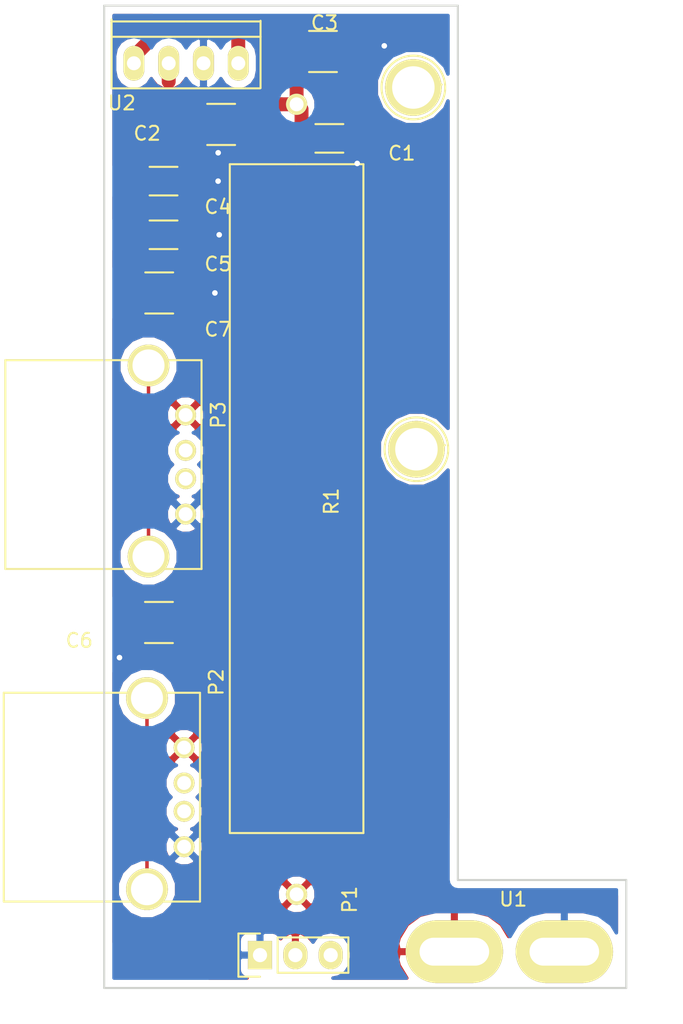
<source format=kicad_pcb>
(kicad_pcb (version 4) (host pcbnew 4.0.1-3.201512221401+6198~38~ubuntu15.10.1-stable)

  (general
    (links 26)
    (no_connects 0)
    (area 159.254879 84.695 208.675 158.348333)
    (thickness 1.6)
    (drawings 6)
    (tracks 42)
    (zones 0)
    (modules 15)
    (nets 12)
  )

  (page A4)
  (layers
    (0 F.Cu signal)
    (31 B.Cu signal)
    (32 B.Adhes user)
    (33 F.Adhes user)
    (34 B.Paste user)
    (35 F.Paste user)
    (36 B.SilkS user)
    (37 F.SilkS user)
    (38 B.Mask user)
    (39 F.Mask user)
    (40 Dwgs.User user)
    (41 Cmts.User user)
    (42 Eco1.User user)
    (43 Eco2.User user)
    (44 Edge.Cuts user)
    (45 Margin user)
    (46 B.CrtYd user)
    (47 F.CrtYd user)
    (48 B.Fab user)
    (49 F.Fab user)
  )

  (setup
    (last_trace_width 0.25)
    (trace_clearance 0.2)
    (zone_clearance 0.508)
    (zone_45_only no)
    (trace_min 0.2)
    (segment_width 0.2)
    (edge_width 0.15)
    (via_size 0.6)
    (via_drill 0.4)
    (via_min_size 0.4)
    (via_min_drill 0.3)
    (uvia_size 0.3)
    (uvia_drill 0.1)
    (uvias_allowed no)
    (uvia_min_size 0.2)
    (uvia_min_drill 0.1)
    (pcb_text_width 0.3)
    (pcb_text_size 1.5 1.5)
    (mod_edge_width 0.15)
    (mod_text_size 1 1)
    (mod_text_width 0.15)
    (pad_size 1.524 1.524)
    (pad_drill 0.762)
    (pad_to_mask_clearance 0.2)
    (aux_axis_origin 0 0)
    (visible_elements FFFFFF7F)
    (pcbplotparams
      (layerselection 0x010f0_80000001)
      (usegerberextensions false)
      (excludeedgelayer true)
      (linewidth 0.100000)
      (plotframeref false)
      (viasonmask false)
      (mode 1)
      (useauxorigin false)
      (hpglpennumber 1)
      (hpglpenspeed 20)
      (hpglpendiameter 15)
      (hpglpenoverlay 2)
      (psnegative false)
      (psa4output false)
      (plotreference true)
      (plotvalue true)
      (plotinvisibletext false)
      (padsonsilk false)
      (subtractmaskfromsilk false)
      (outputformat 1)
      (mirror false)
      (drillshape 0)
      (scaleselection 1)
      (outputdirectory gerbers/))
  )

  (net 0 "")
  (net 1 "Net-(C1-Pad1)")
  (net 2 GND)
  (net 3 "Net-(C4-Pad1)")
  (net 4 "Net-(P1-Pad2)")
  (net 5 "Net-(P1-Pad3)")
  (net 6 "Net-(P2-Pad3)")
  (net 7 "Net-(P2-Pad2)")
  (net 8 "Net-(P2-Pad5)")
  (net 9 "Net-(P3-Pad3)")
  (net 10 "Net-(P3-Pad2)")
  (net 11 "Net-(P3-Pad5)")

  (net_class Default "This is the default net class."
    (clearance 0.2)
    (trace_width 0.25)
    (via_dia 0.6)
    (via_drill 0.4)
    (uvia_dia 0.3)
    (uvia_drill 0.1)
    (add_net GND)
    (add_net "Net-(C1-Pad1)")
    (add_net "Net-(C4-Pad1)")
    (add_net "Net-(P1-Pad2)")
    (add_net "Net-(P1-Pad3)")
    (add_net "Net-(P2-Pad2)")
    (add_net "Net-(P2-Pad3)")
    (add_net "Net-(P2-Pad5)")
    (add_net "Net-(P3-Pad2)")
    (add_net "Net-(P3-Pad3)")
    (add_net "Net-(P3-Pad5)")
  )

  (module Connect:1pin (layer F.Cu) (tedit 0) (tstamp 5800D873)
    (at 189.375 116.935)
    (descr "module 1 pin (ou trou mecanique de percage)")
    (tags DEV)
    (fp_text reference REF** (at 0.05 0.11) (layer F.SilkS)
      (effects (font (size 1 1) (thickness 0.15)))
    )
    (fp_text value 1pin (at 0 2.794) (layer F.Fab)
      (effects (font (size 1 1) (thickness 0.15)))
    )
    (fp_circle (center 0 0) (end 0 -2.286) (layer F.SilkS) (width 0.15))
    (pad 1 thru_hole circle (at 0 0) (size 4.064 4.064) (drill 3.048) (layers *.Cu *.Mask F.SilkS))
  )

  (module Capacitors_SMD:C_1206_HandSoldering (layer F.Cu) (tedit 541A9C03) (tstamp 5800CA76)
    (at 183.12 94.625)
    (descr "Capacitor SMD 1206, hand soldering")
    (tags "capacitor 1206")
    (path /5800C702)
    (attr smd)
    (fp_text reference C1 (at 5.2 1.07) (layer F.SilkS)
      (effects (font (size 1 1) (thickness 0.15)))
    )
    (fp_text value 0.1uF (at 0 2.3) (layer F.Fab)
      (effects (font (size 1 1) (thickness 0.15)))
    )
    (fp_line (start -1.6 0.8) (end -1.6 -0.8) (layer F.Fab) (width 0.15))
    (fp_line (start 1.6 0.8) (end -1.6 0.8) (layer F.Fab) (width 0.15))
    (fp_line (start 1.6 -0.8) (end 1.6 0.8) (layer F.Fab) (width 0.15))
    (fp_line (start -1.6 -0.8) (end 1.6 -0.8) (layer F.Fab) (width 0.15))
    (fp_line (start -3.3 -1.15) (end 3.3 -1.15) (layer F.CrtYd) (width 0.05))
    (fp_line (start -3.3 1.15) (end 3.3 1.15) (layer F.CrtYd) (width 0.05))
    (fp_line (start -3.3 -1.15) (end -3.3 1.15) (layer F.CrtYd) (width 0.05))
    (fp_line (start 3.3 -1.15) (end 3.3 1.15) (layer F.CrtYd) (width 0.05))
    (fp_line (start 1 -1.025) (end -1 -1.025) (layer F.SilkS) (width 0.15))
    (fp_line (start -1 1.025) (end 1 1.025) (layer F.SilkS) (width 0.15))
    (pad 1 smd rect (at -2 0) (size 2 1.6) (layers F.Cu F.Paste F.Mask)
      (net 1 "Net-(C1-Pad1)"))
    (pad 2 smd rect (at 2 0) (size 2 1.6) (layers F.Cu F.Paste F.Mask)
      (net 2 GND))
    (model Capacitors_SMD.3dshapes/C_1206_HandSoldering.wrl
      (at (xyz 0 0 0))
      (scale (xyz 1 1 1))
      (rotate (xyz 0 0 0))
    )
  )

  (module Capacitors_SMD:C_1210_HandSoldering (layer F.Cu) (tedit 541A9C39) (tstamp 5800CA7C)
    (at 175.345 93.625 180)
    (descr "Capacitor SMD 1210, hand soldering")
    (tags "capacitor 1210")
    (path /5800C73B)
    (attr smd)
    (fp_text reference C2 (at 5.32 -0.645 180) (layer F.SilkS)
      (effects (font (size 1 1) (thickness 0.15)))
    )
    (fp_text value 1uF (at 0 2.7 180) (layer F.Fab)
      (effects (font (size 1 1) (thickness 0.15)))
    )
    (fp_line (start -1.6 1.25) (end -1.6 -1.25) (layer F.Fab) (width 0.15))
    (fp_line (start 1.6 1.25) (end -1.6 1.25) (layer F.Fab) (width 0.15))
    (fp_line (start 1.6 -1.25) (end 1.6 1.25) (layer F.Fab) (width 0.15))
    (fp_line (start -1.6 -1.25) (end 1.6 -1.25) (layer F.Fab) (width 0.15))
    (fp_line (start -3.3 -1.6) (end 3.3 -1.6) (layer F.CrtYd) (width 0.05))
    (fp_line (start -3.3 1.6) (end 3.3 1.6) (layer F.CrtYd) (width 0.05))
    (fp_line (start -3.3 -1.6) (end -3.3 1.6) (layer F.CrtYd) (width 0.05))
    (fp_line (start 3.3 -1.6) (end 3.3 1.6) (layer F.CrtYd) (width 0.05))
    (fp_line (start 1 -1.475) (end -1 -1.475) (layer F.SilkS) (width 0.15))
    (fp_line (start -1 1.475) (end 1 1.475) (layer F.SilkS) (width 0.15))
    (pad 1 smd rect (at -2 0 180) (size 2 2.5) (layers F.Cu F.Paste F.Mask)
      (net 1 "Net-(C1-Pad1)"))
    (pad 2 smd rect (at 2 0 180) (size 2 2.5) (layers F.Cu F.Paste F.Mask)
      (net 2 GND))
    (model Capacitors_SMD.3dshapes/C_1210_HandSoldering.wrl
      (at (xyz 0 0 0))
      (scale (xyz 1 1 1))
      (rotate (xyz 0 0 0))
    )
  )

  (module Capacitors_SMD:C_1210_HandSoldering (layer F.Cu) (tedit 541A9C39) (tstamp 5800CA82)
    (at 182.66 88.39)
    (descr "Capacitor SMD 1210, hand soldering")
    (tags "capacitor 1210")
    (path /5800C760)
    (attr smd)
    (fp_text reference C3 (at 0.11 -2.055) (layer F.SilkS)
      (effects (font (size 1 1) (thickness 0.15)))
    )
    (fp_text value 100uF (at 0 2.7) (layer F.Fab)
      (effects (font (size 1 1) (thickness 0.15)))
    )
    (fp_line (start -1.6 1.25) (end -1.6 -1.25) (layer F.Fab) (width 0.15))
    (fp_line (start 1.6 1.25) (end -1.6 1.25) (layer F.Fab) (width 0.15))
    (fp_line (start 1.6 -1.25) (end 1.6 1.25) (layer F.Fab) (width 0.15))
    (fp_line (start -1.6 -1.25) (end 1.6 -1.25) (layer F.Fab) (width 0.15))
    (fp_line (start -3.3 -1.6) (end 3.3 -1.6) (layer F.CrtYd) (width 0.05))
    (fp_line (start -3.3 1.6) (end 3.3 1.6) (layer F.CrtYd) (width 0.05))
    (fp_line (start -3.3 -1.6) (end -3.3 1.6) (layer F.CrtYd) (width 0.05))
    (fp_line (start 3.3 -1.6) (end 3.3 1.6) (layer F.CrtYd) (width 0.05))
    (fp_line (start 1 -1.475) (end -1 -1.475) (layer F.SilkS) (width 0.15))
    (fp_line (start -1 1.475) (end 1 1.475) (layer F.SilkS) (width 0.15))
    (pad 1 smd rect (at -2 0) (size 2 2.5) (layers F.Cu F.Paste F.Mask)
      (net 1 "Net-(C1-Pad1)"))
    (pad 2 smd rect (at 2 0) (size 2 2.5) (layers F.Cu F.Paste F.Mask)
      (net 2 GND))
    (model Capacitors_SMD.3dshapes/C_1210_HandSoldering.wrl
      (at (xyz 0 0 0))
      (scale (xyz 1 1 1))
      (rotate (xyz 0 0 0))
    )
  )

  (module Capacitors_SMD:C_1206_HandSoldering (layer F.Cu) (tedit 541A9C03) (tstamp 5800CA88)
    (at 171.205 97.695)
    (descr "Capacitor SMD 1206, hand soldering")
    (tags "capacitor 1206")
    (path /5800CB4C)
    (attr smd)
    (fp_text reference C4 (at 3.915 1.84) (layer F.SilkS)
      (effects (font (size 1 1) (thickness 0.15)))
    )
    (fp_text value 0.1uF (at 0 2.3) (layer F.Fab)
      (effects (font (size 1 1) (thickness 0.15)))
    )
    (fp_line (start -1.6 0.8) (end -1.6 -0.8) (layer F.Fab) (width 0.15))
    (fp_line (start 1.6 0.8) (end -1.6 0.8) (layer F.Fab) (width 0.15))
    (fp_line (start 1.6 -0.8) (end 1.6 0.8) (layer F.Fab) (width 0.15))
    (fp_line (start -1.6 -0.8) (end 1.6 -0.8) (layer F.Fab) (width 0.15))
    (fp_line (start -3.3 -1.15) (end 3.3 -1.15) (layer F.CrtYd) (width 0.05))
    (fp_line (start -3.3 1.15) (end 3.3 1.15) (layer F.CrtYd) (width 0.05))
    (fp_line (start -3.3 -1.15) (end -3.3 1.15) (layer F.CrtYd) (width 0.05))
    (fp_line (start 3.3 -1.15) (end 3.3 1.15) (layer F.CrtYd) (width 0.05))
    (fp_line (start 1 -1.025) (end -1 -1.025) (layer F.SilkS) (width 0.15))
    (fp_line (start -1 1.025) (end 1 1.025) (layer F.SilkS) (width 0.15))
    (pad 1 smd rect (at -2 0) (size 2 1.6) (layers F.Cu F.Paste F.Mask)
      (net 3 "Net-(C4-Pad1)"))
    (pad 2 smd rect (at 2 0) (size 2 1.6) (layers F.Cu F.Paste F.Mask)
      (net 2 GND))
    (model Capacitors_SMD.3dshapes/C_1206_HandSoldering.wrl
      (at (xyz 0 0 0))
      (scale (xyz 1 1 1))
      (rotate (xyz 0 0 0))
    )
  )

  (module Capacitors_SMD:C_1206_HandSoldering (layer F.Cu) (tedit 541A9C03) (tstamp 5800CA8E)
    (at 171.205 101.545)
    (descr "Capacitor SMD 1206, hand soldering")
    (tags "capacitor 1206")
    (path /5800CB52)
    (attr smd)
    (fp_text reference C5 (at 3.915 2.105) (layer F.SilkS)
      (effects (font (size 1 1) (thickness 0.15)))
    )
    (fp_text value 1uF (at 0 2.3) (layer F.Fab)
      (effects (font (size 1 1) (thickness 0.15)))
    )
    (fp_line (start -1.6 0.8) (end -1.6 -0.8) (layer F.Fab) (width 0.15))
    (fp_line (start 1.6 0.8) (end -1.6 0.8) (layer F.Fab) (width 0.15))
    (fp_line (start 1.6 -0.8) (end 1.6 0.8) (layer F.Fab) (width 0.15))
    (fp_line (start -1.6 -0.8) (end 1.6 -0.8) (layer F.Fab) (width 0.15))
    (fp_line (start -3.3 -1.15) (end 3.3 -1.15) (layer F.CrtYd) (width 0.05))
    (fp_line (start -3.3 1.15) (end 3.3 1.15) (layer F.CrtYd) (width 0.05))
    (fp_line (start -3.3 -1.15) (end -3.3 1.15) (layer F.CrtYd) (width 0.05))
    (fp_line (start 3.3 -1.15) (end 3.3 1.15) (layer F.CrtYd) (width 0.05))
    (fp_line (start 1 -1.025) (end -1 -1.025) (layer F.SilkS) (width 0.15))
    (fp_line (start -1 1.025) (end 1 1.025) (layer F.SilkS) (width 0.15))
    (pad 1 smd rect (at -2 0) (size 2 1.6) (layers F.Cu F.Paste F.Mask)
      (net 3 "Net-(C4-Pad1)"))
    (pad 2 smd rect (at 2 0) (size 2 1.6) (layers F.Cu F.Paste F.Mask)
      (net 2 GND))
    (model Capacitors_SMD.3dshapes/C_1206_HandSoldering.wrl
      (at (xyz 0 0 0))
      (scale (xyz 1 1 1))
      (rotate (xyz 0 0 0))
    )
  )

  (module Capacitors_SMD:C_1210_HandSoldering (layer F.Cu) (tedit 541A9C39) (tstamp 5800CA94)
    (at 170.875 129.37 180)
    (descr "Capacitor SMD 1210, hand soldering")
    (tags "capacitor 1210")
    (path /5800CB58)
    (attr smd)
    (fp_text reference C6 (at 5.725 -1.29 180) (layer F.SilkS)
      (effects (font (size 1 1) (thickness 0.15)))
    )
    (fp_text value 100uF (at 0 2.7 180) (layer F.Fab)
      (effects (font (size 1 1) (thickness 0.15)))
    )
    (fp_line (start -1.6 1.25) (end -1.6 -1.25) (layer F.Fab) (width 0.15))
    (fp_line (start 1.6 1.25) (end -1.6 1.25) (layer F.Fab) (width 0.15))
    (fp_line (start 1.6 -1.25) (end 1.6 1.25) (layer F.Fab) (width 0.15))
    (fp_line (start -1.6 -1.25) (end 1.6 -1.25) (layer F.Fab) (width 0.15))
    (fp_line (start -3.3 -1.6) (end 3.3 -1.6) (layer F.CrtYd) (width 0.05))
    (fp_line (start -3.3 1.6) (end 3.3 1.6) (layer F.CrtYd) (width 0.05))
    (fp_line (start -3.3 -1.6) (end -3.3 1.6) (layer F.CrtYd) (width 0.05))
    (fp_line (start 3.3 -1.6) (end 3.3 1.6) (layer F.CrtYd) (width 0.05))
    (fp_line (start 1 -1.475) (end -1 -1.475) (layer F.SilkS) (width 0.15))
    (fp_line (start -1 1.475) (end 1 1.475) (layer F.SilkS) (width 0.15))
    (pad 1 smd rect (at -2 0 180) (size 2 2.5) (layers F.Cu F.Paste F.Mask)
      (net 3 "Net-(C4-Pad1)"))
    (pad 2 smd rect (at 2 0 180) (size 2 2.5) (layers F.Cu F.Paste F.Mask)
      (net 2 GND))
    (model Capacitors_SMD.3dshapes/C_1210_HandSoldering.wrl
      (at (xyz 0 0 0))
      (scale (xyz 1 1 1))
      (rotate (xyz 0 0 0))
    )
  )

  (module Capacitors_SMD:C_1210_HandSoldering (layer F.Cu) (tedit 541A9C39) (tstamp 5800CA9A)
    (at 170.895 105.72)
    (descr "Capacitor SMD 1210, hand soldering")
    (tags "capacitor 1210")
    (path /5800CDC7)
    (attr smd)
    (fp_text reference C7 (at 4.225 2.615) (layer F.SilkS)
      (effects (font (size 1 1) (thickness 0.15)))
    )
    (fp_text value 100uF (at 0 2.7) (layer F.Fab)
      (effects (font (size 1 1) (thickness 0.15)))
    )
    (fp_line (start -1.6 1.25) (end -1.6 -1.25) (layer F.Fab) (width 0.15))
    (fp_line (start 1.6 1.25) (end -1.6 1.25) (layer F.Fab) (width 0.15))
    (fp_line (start 1.6 -1.25) (end 1.6 1.25) (layer F.Fab) (width 0.15))
    (fp_line (start -1.6 -1.25) (end 1.6 -1.25) (layer F.Fab) (width 0.15))
    (fp_line (start -3.3 -1.6) (end 3.3 -1.6) (layer F.CrtYd) (width 0.05))
    (fp_line (start -3.3 1.6) (end 3.3 1.6) (layer F.CrtYd) (width 0.05))
    (fp_line (start -3.3 -1.6) (end -3.3 1.6) (layer F.CrtYd) (width 0.05))
    (fp_line (start 3.3 -1.6) (end 3.3 1.6) (layer F.CrtYd) (width 0.05))
    (fp_line (start 1 -1.475) (end -1 -1.475) (layer F.SilkS) (width 0.15))
    (fp_line (start -1 1.475) (end 1 1.475) (layer F.SilkS) (width 0.15))
    (pad 1 smd rect (at -2 0) (size 2 2.5) (layers F.Cu F.Paste F.Mask)
      (net 3 "Net-(C4-Pad1)"))
    (pad 2 smd rect (at 2 0) (size 2 2.5) (layers F.Cu F.Paste F.Mask)
      (net 2 GND))
    (model Capacitors_SMD.3dshapes/C_1210_HandSoldering.wrl
      (at (xyz 0 0 0))
      (scale (xyz 1 1 1))
      (rotate (xyz 0 0 0))
    )
  )

  (module Pin_Headers:Pin_Header_Straight_1x03 (layer F.Cu) (tedit 0) (tstamp 5800CAA1)
    (at 178.135 153.24 90)
    (descr "Through hole pin header")
    (tags "pin header")
    (path /5800D46A)
    (fp_text reference P1 (at 3.98 6.445 90) (layer F.SilkS)
      (effects (font (size 1 1) (thickness 0.15)))
    )
    (fp_text value CONN_01X03 (at 0 -3.1 90) (layer F.Fab)
      (effects (font (size 1 1) (thickness 0.15)))
    )
    (fp_line (start -1.75 -1.75) (end -1.75 6.85) (layer F.CrtYd) (width 0.05))
    (fp_line (start 1.75 -1.75) (end 1.75 6.85) (layer F.CrtYd) (width 0.05))
    (fp_line (start -1.75 -1.75) (end 1.75 -1.75) (layer F.CrtYd) (width 0.05))
    (fp_line (start -1.75 6.85) (end 1.75 6.85) (layer F.CrtYd) (width 0.05))
    (fp_line (start -1.27 1.27) (end -1.27 6.35) (layer F.SilkS) (width 0.15))
    (fp_line (start -1.27 6.35) (end 1.27 6.35) (layer F.SilkS) (width 0.15))
    (fp_line (start 1.27 6.35) (end 1.27 1.27) (layer F.SilkS) (width 0.15))
    (fp_line (start 1.55 -1.55) (end 1.55 0) (layer F.SilkS) (width 0.15))
    (fp_line (start 1.27 1.27) (end -1.27 1.27) (layer F.SilkS) (width 0.15))
    (fp_line (start -1.55 0) (end -1.55 -1.55) (layer F.SilkS) (width 0.15))
    (fp_line (start -1.55 -1.55) (end 1.55 -1.55) (layer F.SilkS) (width 0.15))
    (pad 1 thru_hole rect (at 0 0 90) (size 2.032 1.7272) (drill 1.016) (layers *.Cu *.Mask F.SilkS)
      (net 2 GND))
    (pad 2 thru_hole oval (at 0 2.54 90) (size 2.032 1.7272) (drill 1.016) (layers *.Cu *.Mask F.SilkS)
      (net 4 "Net-(P1-Pad2)"))
    (pad 3 thru_hole oval (at 0 5.08 90) (size 2.032 1.7272) (drill 1.016) (layers *.Cu *.Mask F.SilkS)
      (net 5 "Net-(P1-Pad3)"))
    (model Pin_Headers.3dshapes/Pin_Header_Straight_1x03.wrl
      (at (xyz 0 -0.1 0))
      (scale (xyz 1 1 1))
      (rotate (xyz 0 0 90))
    )
  )

  (module Connect:USB_A (layer F.Cu) (tedit 5543E289) (tstamp 5800CAAB)
    (at 172.67988 138.34914 270)
    (descr "USB A connector")
    (tags "USB USB_A")
    (path /5800C392)
    (fp_text reference P2 (at -4.69414 -2.31712 270) (layer F.SilkS)
      (effects (font (size 1 1) (thickness 0.15)))
    )
    (fp_text value USB_A (at 3.83794 7.43458 270) (layer F.Fab)
      (effects (font (size 1 1) (thickness 0.15)))
    )
    (fp_line (start -5.3 13.2) (end -5.3 -1.4) (layer F.CrtYd) (width 0.05))
    (fp_line (start 11.95 -1.4) (end 11.95 13.2) (layer F.CrtYd) (width 0.05))
    (fp_line (start -5.3 13.2) (end 11.95 13.2) (layer F.CrtYd) (width 0.05))
    (fp_line (start -5.3 -1.4) (end 11.95 -1.4) (layer F.CrtYd) (width 0.05))
    (fp_line (start 11.04986 -1.14512) (end 11.04986 12.95188) (layer F.SilkS) (width 0.15))
    (fp_line (start -3.93614 12.95188) (end -3.93614 -1.14512) (layer F.SilkS) (width 0.15))
    (fp_line (start 11.04986 -1.14512) (end -3.93614 -1.14512) (layer F.SilkS) (width 0.15))
    (fp_line (start 11.04986 12.95188) (end -3.93614 12.95188) (layer F.SilkS) (width 0.15))
    (pad 4 thru_hole circle (at 7.11286 -0.00212 180) (size 1.50114 1.50114) (drill 1.00076) (layers *.Cu *.Mask F.SilkS)
      (net 2 GND))
    (pad 3 thru_hole circle (at 4.57286 -0.00212 180) (size 1.50114 1.50114) (drill 1.00076) (layers *.Cu *.Mask F.SilkS)
      (net 6 "Net-(P2-Pad3)"))
    (pad 2 thru_hole circle (at 2.54086 -0.00212 180) (size 1.50114 1.50114) (drill 1.00076) (layers *.Cu *.Mask F.SilkS)
      (net 7 "Net-(P2-Pad2)"))
    (pad 1 thru_hole circle (at 0.00086 -0.00212 180) (size 1.50114 1.50114) (drill 1.00076) (layers *.Cu *.Mask F.SilkS)
      (net 3 "Net-(C4-Pad1)"))
    (pad 5 thru_hole circle (at 10.16086 2.66488 180) (size 2.99974 2.99974) (drill 2.30124) (layers *.Cu *.Mask F.SilkS)
      (net 8 "Net-(P2-Pad5)"))
    (pad 5 thru_hole circle (at -3.55514 2.66488 180) (size 2.99974 2.99974) (drill 2.30124) (layers *.Cu *.Mask F.SilkS)
      (net 8 "Net-(P2-Pad5)"))
    (model Connect.3dshapes/USB_A.wrl
      (at (xyz 0.14 0 0))
      (scale (xyz 1 1 1))
      (rotate (xyz 0 0 90))
    )
  )

  (module Connect:USB_A (layer F.Cu) (tedit 5543E289) (tstamp 5800CAB5)
    (at 172.78988 114.47914 270)
    (descr "USB A connector")
    (tags "USB USB_A")
    (path /5800C3E7)
    (fp_text reference P3 (at 0 -2.35 270) (layer F.SilkS)
      (effects (font (size 1 1) (thickness 0.15)))
    )
    (fp_text value USB_A (at 3.83794 7.43458 270) (layer F.Fab)
      (effects (font (size 1 1) (thickness 0.15)))
    )
    (fp_line (start -5.3 13.2) (end -5.3 -1.4) (layer F.CrtYd) (width 0.05))
    (fp_line (start 11.95 -1.4) (end 11.95 13.2) (layer F.CrtYd) (width 0.05))
    (fp_line (start -5.3 13.2) (end 11.95 13.2) (layer F.CrtYd) (width 0.05))
    (fp_line (start -5.3 -1.4) (end 11.95 -1.4) (layer F.CrtYd) (width 0.05))
    (fp_line (start 11.04986 -1.14512) (end 11.04986 12.95188) (layer F.SilkS) (width 0.15))
    (fp_line (start -3.93614 12.95188) (end -3.93614 -1.14512) (layer F.SilkS) (width 0.15))
    (fp_line (start 11.04986 -1.14512) (end -3.93614 -1.14512) (layer F.SilkS) (width 0.15))
    (fp_line (start 11.04986 12.95188) (end -3.93614 12.95188) (layer F.SilkS) (width 0.15))
    (pad 4 thru_hole circle (at 7.11286 -0.00212 180) (size 1.50114 1.50114) (drill 1.00076) (layers *.Cu *.Mask F.SilkS)
      (net 2 GND))
    (pad 3 thru_hole circle (at 4.57286 -0.00212 180) (size 1.50114 1.50114) (drill 1.00076) (layers *.Cu *.Mask F.SilkS)
      (net 9 "Net-(P3-Pad3)"))
    (pad 2 thru_hole circle (at 2.54086 -0.00212 180) (size 1.50114 1.50114) (drill 1.00076) (layers *.Cu *.Mask F.SilkS)
      (net 10 "Net-(P3-Pad2)"))
    (pad 1 thru_hole circle (at 0.00086 -0.00212 180) (size 1.50114 1.50114) (drill 1.00076) (layers *.Cu *.Mask F.SilkS)
      (net 3 "Net-(C4-Pad1)"))
    (pad 5 thru_hole circle (at 10.16086 2.66488 180) (size 2.99974 2.99974) (drill 2.30124) (layers *.Cu *.Mask F.SilkS)
      (net 11 "Net-(P3-Pad5)"))
    (pad 5 thru_hole circle (at -3.55514 2.66488 180) (size 2.99974 2.99974) (drill 2.30124) (layers *.Cu *.Mask F.SilkS)
      (net 11 "Net-(P3-Pad5)"))
    (model Connect.3dshapes/USB_A.wrl
      (at (xyz 0.14 0 0))
      (scale (xyz 1 1 1))
      (rotate (xyz 0 0 90))
    )
  )

  (module my_lib:RES_10W (layer F.Cu) (tedit 57816B13) (tstamp 5800CABB)
    (at 180.765 120.48 270)
    (path /5800C600)
    (fp_text reference R1 (at 0.2 -2.5 270) (layer F.SilkS)
      (effects (font (size 1 1) (thickness 0.15)))
    )
    (fp_text value 2.2 (at 0.5 2.7 270) (layer F.Fab)
      (effects (font (size 1 1) (thickness 0.15)))
    )
    (fp_line (start -24 -4.8) (end -24 0) (layer F.SilkS) (width 0.15))
    (fp_line (start 24 -4.8) (end -24 -4.8) (layer F.SilkS) (width 0.15))
    (fp_line (start 24 4.8) (end 24 -4.8) (layer F.SilkS) (width 0.15))
    (fp_line (start -24 4.8) (end 24 4.8) (layer F.SilkS) (width 0.15))
    (fp_line (start -24 0) (end -24 4.8) (layer F.SilkS) (width 0.15))
    (pad 1 thru_hole circle (at -28.3 0 270) (size 1.524 1.524) (drill 1) (layers *.Cu *.Mask F.SilkS)
      (net 1 "Net-(C1-Pad1)"))
    (pad 2 thru_hole circle (at 28.4 0 270) (size 1.524 1.524) (drill 1) (layers *.Cu *.Mask F.SilkS)
      (net 4 "Net-(P1-Pad2)"))
  )

  (module my_lib:RA_POWER_POLE (layer F.Cu) (tedit 578127FA) (tstamp 5800CAC1)
    (at 200 152.995 90)
    (path /5800C32D)
    (fp_text reference U1 (at 3.76 -3.675 360) (layer F.SilkS)
      (effects (font (size 1 1) (thickness 0.15)))
    )
    (fp_text value PwrPole (at 4.2 7.7 90) (layer F.Fab)
      (effects (font (size 1 1) (thickness 0.15)))
    )
    (pad 1 thru_hole oval (at 0 0 90) (size 4.5 7) (drill oval 2 5) (layers *.Cu *.Mask F.SilkS)
      (net 2 GND))
    (pad 2 thru_hole oval (at 0 -7.9 90) (size 4.5 7) (drill oval 2 5) (layers *.Cu *.Mask F.SilkS)
      (net 4 "Net-(P1-Pad2)"))
  )

  (module my_lib:TO-220_4pin_vertical (layer F.Cu) (tedit 57814801) (tstamp 5800CAC9)
    (at 169.075 89.235)
    (descr TO-220_4pin_vertical)
    (tags "TO-220,4 pin, vertical")
    (path /5800C2CC)
    (fp_text reference U2 (at -0.87 2.855) (layer F.SilkS)
      (effects (font (size 1 1) (thickness 0.15)))
    )
    (fp_text value KA278R05 (at 0 3.81) (layer F.Fab)
      (effects (font (size 1 1) (thickness 0.15)))
    )
    (fp_line (start 9.1 -1.9) (end 9.1 1.783) (layer F.SilkS) (width 0.15))
    (fp_line (start 9.068 1.8) (end -1.6 1.8) (layer F.SilkS) (width 0.15))
    (fp_line (start -1.6 1.783) (end -1.6 -1.9) (layer F.SilkS) (width 0.15))
    (fp_line (start 9.1 -3.048) (end 9.1 -1.905) (layer F.SilkS) (width 0.15))
    (fp_line (start 9.1 -1.9) (end -1.568 -1.9) (layer F.SilkS) (width 0.15))
    (fp_line (start -1.6 -2) (end -1.6 -3.143) (layer F.SilkS) (width 0.15))
    (fp_line (start 3.7 -3) (end -1.634 -3) (layer F.SilkS) (width 0.15))
    (fp_line (start 3.766 -3) (end 9.1 -3) (layer F.SilkS) (width 0.15))
    (pad 2 thru_hole oval (at 2.5 0 90) (size 2.49936 1.50114) (drill 1.00076) (layers *.Cu *.Mask F.SilkS)
      (net 3 "Net-(C4-Pad1)"))
    (pad 1 thru_hole oval (at 0 0 90) (size 2.49936 1.50114) (drill 1.00076) (layers *.Cu *.Mask F.SilkS)
      (net 1 "Net-(C1-Pad1)"))
    (pad 3 thru_hole oval (at 5 0 90) (size 2.49936 1.50114) (drill 1.00076) (layers *.Cu *.Mask F.SilkS)
      (net 2 GND))
    (pad 4 thru_hole oval (at 7.5 0 90) (size 2.49936 1.50114) (drill 1.00076) (layers *.Cu *.Mask F.SilkS)
      (net 1 "Net-(C1-Pad1)"))
    (model TO_SOT_Packages_THT.3dshapes/TO-220_Neutral123_Vertical.wrl
      (at (xyz 0 0 0))
      (scale (xyz 0.3937 0.3937 0.3937))
      (rotate (xyz 0 0 0))
    )
  )

  (module Connect:1pin (layer F.Cu) (tedit 0) (tstamp 5800D84F)
    (at 189.155 90.975)
    (descr "module 1 pin (ou trou mecanique de percage)")
    (tags DEV)
    (fp_text reference REF** (at 0.04 0.195) (layer F.SilkS)
      (effects (font (size 1 1) (thickness 0.15)))
    )
    (fp_text value 1pin (at 0 2.794) (layer F.Fab)
      (effects (font (size 1 1) (thickness 0.15)))
    )
    (fp_circle (center 0 0) (end 0 -2.286) (layer F.SilkS) (width 0.15))
    (pad 1 thru_hole circle (at 0 0) (size 4.064 4.064) (drill 3.048) (layers *.Cu *.Mask F.SilkS))
  )

  (gr_line (start 166.94 85.1) (end 166.94 155.6) (layer Edge.Cuts) (width 0.15))
  (gr_line (start 192.35 85.1) (end 166.94 85.1) (layer Edge.Cuts) (width 0.15))
  (gr_line (start 192.35 147.85) (end 192.35 85.1) (layer Edge.Cuts) (width 0.15))
  (gr_line (start 204.45 147.85) (end 192.35 147.85) (layer Edge.Cuts) (width 0.15))
  (gr_line (start 204.45 155.6) (end 204.45 147.85) (layer Edge.Cuts) (width 0.15))
  (gr_line (start 166.94 155.6) (end 204.45 155.6) (layer Edge.Cuts) (width 0.15))

  (segment (start 177.345 93.275) (end 178.44 92.18) (width 1) (layer F.Cu) (net 1))
  (segment (start 179.68737 92.18) (end 180.765 92.18) (width 1) (layer F.Cu) (net 1))
  (segment (start 178.44 92.18) (end 179.68737 92.18) (width 1) (layer F.Cu) (net 1))
  (segment (start 177.345 93.625) (end 177.345 93.275) (width 1) (layer F.Cu) (net 1))
  (segment (start 176.45 86.545) (end 171.26589 86.545) (width 1) (layer F.Cu) (net 1))
  (segment (start 178.97 86.545) (end 176.45 86.545) (width 1) (layer F.Cu) (net 1))
  (segment (start 176.575 86.67) (end 176.575 89.235) (width 1) (layer F.Cu) (net 1))
  (segment (start 176.45 86.545) (end 176.575 86.67) (width 1) (layer F.Cu) (net 1))
  (segment (start 171.26589 86.545) (end 169.075 88.73589) (width 1) (layer F.Cu) (net 1))
  (segment (start 169.075 88.73589) (end 169.075 89.235) (width 1) (layer F.Cu) (net 1))
  (segment (start 180.66 88.235) (end 178.97 86.545) (width 1) (layer F.Cu) (net 1))
  (segment (start 180.66 88.39) (end 180.66 88.235) (width 1) (layer F.Cu) (net 1))
  (segment (start 180.765 92.18) (end 180.765 88.495) (width 1) (layer F.Cu) (net 1))
  (segment (start 180.765 88.495) (end 180.66 88.39) (width 1) (layer F.Cu) (net 1))
  (segment (start 181.12 94.625) (end 181.12 92.535) (width 1) (layer F.Cu) (net 1))
  (segment (start 181.12 92.535) (end 180.765 92.18) (width 1) (layer F.Cu) (net 1))
  (segment (start 168.605 131.89) (end 168.04 131.89) (width 1) (layer F.Cu) (net 2))
  (via (at 168.04 131.89) (size 0.6) (drill 0.4) (layers F.Cu B.Cu) (net 2))
  (segment (start 168.875 129.37) (end 168.875 131.62) (width 1) (layer F.Cu) (net 2))
  (segment (start 168.875 131.62) (end 168.605 131.89) (width 1) (layer F.Cu) (net 2))
  (segment (start 175.05 105.565) (end 174.895 105.72) (width 1) (layer F.Cu) (net 2))
  (via (at 174.895 105.72) (size 0.6) (drill 0.4) (layers F.Cu B.Cu) (net 2))
  (segment (start 172.895 105.72) (end 174.895 105.72) (width 1) (layer F.Cu) (net 2))
  (segment (start 175.215 101.555) (end 175.205 101.545) (width 1) (layer F.Cu) (net 2))
  (via (at 175.205 101.545) (size 0.6) (drill 0.4) (layers F.Cu B.Cu) (net 2))
  (segment (start 173.205 101.545) (end 175.205 101.545) (width 1) (layer F.Cu) (net 2))
  (via (at 175.125 97.695) (size 0.6) (drill 0.4) (layers F.Cu B.Cu) (net 2))
  (segment (start 173.205 97.695) (end 175.125 97.695) (width 1) (layer F.Cu) (net 2))
  (via (at 175.13 95.66) (size 0.6) (drill 0.4) (layers F.Cu B.Cu) (net 2))
  (segment (start 173.345 93.625) (end 173.345 93.875) (width 1) (layer F.Cu) (net 2))
  (segment (start 173.345 93.875) (end 175.13 95.66) (width 1) (layer F.Cu) (net 2))
  (via (at 187.065 87.985) (size 0.6) (drill 0.4) (layers F.Cu B.Cu) (net 2))
  (segment (start 184.66 88.39) (end 186.66 88.39) (width 1) (layer F.Cu) (net 2))
  (segment (start 186.66 88.39) (end 187.065 87.985) (width 1) (layer F.Cu) (net 2))
  (segment (start 185.1 96.445) (end 185.12 96.425) (width 1) (layer F.Cu) (net 2))
  (via (at 185.12 96.425) (size 0.6) (drill 0.4) (layers F.Cu B.Cu) (net 2))
  (segment (start 185.12 94.625) (end 185.12 96.425) (width 1) (layer F.Cu) (net 2))
  (segment (start 168.895 105.72) (end 168.895 105.97) (width 1) (layer F.Cu) (net 3))
  (segment (start 169.205 105.41) (end 168.895 105.72) (width 1) (layer F.Cu) (net 3))
  (segment (start 171.575 89.235) (end 171.575 90.555) (width 1) (layer F.Cu) (net 3))
  (segment (start 170.015 134.794) (end 170.015 148.51) (width 0.25) (layer F.Cu) (net 8))
  (segment (start 170.125 110.924) (end 170.125 124.64) (width 0.25) (layer F.Cu) (net 11))

  (zone (net 2) (net_name GND) (layer B.Cu) (tstamp 0) (hatch edge 0.508)
    (connect_pads (clearance 0.508))
    (min_thickness 0.254)
    (fill yes (arc_segments 16) (thermal_gap 0.508) (thermal_bridge_width 0.508))
    (polygon
      (pts
        (xy 166.915 85.385) (xy 167.09 155.835) (xy 204.56 155.835) (xy 204.385 147.55) (xy 191.955 147.72)
        (xy 192.47 84.695) (xy 166.915 84.865)
      )
    )
    (filled_polygon
      (pts
        (xy 191.64 90.005236) (xy 191.417291 89.466239) (xy 190.667707 88.715345) (xy 189.687827 88.308464) (xy 188.626828 88.307538)
        (xy 187.646239 88.712709) (xy 186.895345 89.462293) (xy 186.488464 90.442173) (xy 186.487538 91.503172) (xy 186.892709 92.483761)
        (xy 187.642293 93.234655) (xy 188.622173 93.641536) (xy 189.683172 93.642462) (xy 190.663761 93.237291) (xy 191.414655 92.487707)
        (xy 191.64 91.945015) (xy 191.64 115.432795) (xy 191.637291 115.426239) (xy 190.887707 114.675345) (xy 189.907827 114.268464)
        (xy 188.846828 114.267538) (xy 187.866239 114.672709) (xy 187.115345 115.422293) (xy 186.708464 116.402173) (xy 186.707538 117.463172)
        (xy 187.112709 118.443761) (xy 187.862293 119.194655) (xy 188.842173 119.601536) (xy 189.903172 119.602462) (xy 190.883761 119.197291)
        (xy 191.634655 118.447707) (xy 191.64 118.434835) (xy 191.64 147.85) (xy 191.694046 148.121705) (xy 191.847954 148.352046)
        (xy 192.078295 148.505954) (xy 192.35 148.56) (xy 203.74 148.56) (xy 203.74 151.638862) (xy 203.379805 151.044799)
        (xy 202.471374 150.378208) (xy 201.377 150.11) (xy 200.127 150.11) (xy 200.127 152.868) (xy 200.147 152.868)
        (xy 200.147 153.122) (xy 200.127 153.122) (xy 200.127 153.142) (xy 199.873 153.142) (xy 199.873 153.122)
        (xy 199.853 153.122) (xy 199.853 152.868) (xy 199.873 152.868) (xy 199.873 150.11) (xy 198.623 150.11)
        (xy 197.528626 150.378208) (xy 196.620195 151.044799) (xy 196.099056 151.904305) (xy 196.096401 151.890958) (xy 195.471012 150.954997)
        (xy 194.535051 150.329608) (xy 193.431009 150.11) (xy 190.768991 150.11) (xy 189.664949 150.329608) (xy 188.728988 150.954997)
        (xy 188.103599 151.890958) (xy 187.883991 152.995) (xy 188.103599 154.099042) (xy 188.6321 154.89) (xy 183.382637 154.89)
        (xy 183.788489 154.809271) (xy 184.27467 154.484415) (xy 184.599526 153.998234) (xy 184.7136 153.424745) (xy 184.7136 153.055255)
        (xy 184.599526 152.481766) (xy 184.27467 151.995585) (xy 183.788489 151.670729) (xy 183.215 151.556655) (xy 182.641511 151.670729)
        (xy 182.15533 151.995585) (xy 181.945 152.310366) (xy 181.73467 151.995585) (xy 181.248489 151.670729) (xy 180.675 151.556655)
        (xy 180.101511 151.670729) (xy 179.61533 151.995585) (xy 179.6005 152.01778) (xy 179.536927 151.864302) (xy 179.358299 151.685673)
        (xy 179.12491 151.589) (xy 178.42075 151.589) (xy 178.262 151.74775) (xy 178.262 153.113) (xy 178.282 153.113)
        (xy 178.282 153.367) (xy 178.262 153.367) (xy 178.262 153.387) (xy 178.008 153.387) (xy 178.008 153.367)
        (xy 176.79515 153.367) (xy 176.6364 153.52575) (xy 176.6364 154.382309) (xy 176.733073 154.615698) (xy 176.911701 154.794327)
        (xy 177.142676 154.89) (xy 167.65 154.89) (xy 167.65 152.097691) (xy 176.6364 152.097691) (xy 176.6364 152.95425)
        (xy 176.79515 153.113) (xy 178.008 153.113) (xy 178.008 151.74775) (xy 177.84925 151.589) (xy 177.14509 151.589)
        (xy 176.911701 151.685673) (xy 176.733073 151.864302) (xy 176.6364 152.097691) (xy 167.65 152.097691) (xy 167.65 148.932789)
        (xy 167.87976 148.932789) (xy 168.20409 149.717727) (xy 168.804114 150.3188) (xy 169.588485 150.644499) (xy 170.437789 150.64524)
        (xy 171.222727 150.32091) (xy 171.8238 149.720886) (xy 172.058086 149.156661) (xy 179.367758 149.156661) (xy 179.57999 149.670303)
        (xy 179.97263 150.063629) (xy 180.4859 150.276757) (xy 181.041661 150.277242) (xy 181.555303 150.06501) (xy 181.948629 149.67237)
        (xy 182.161757 149.1591) (xy 182.162242 148.603339) (xy 181.95001 148.089697) (xy 181.55737 147.696371) (xy 181.0441 147.483243)
        (xy 180.488339 147.482758) (xy 179.974697 147.69499) (xy 179.581371 148.08763) (xy 179.368243 148.6009) (xy 179.367758 149.156661)
        (xy 172.058086 149.156661) (xy 172.149499 148.936515) (xy 172.15024 148.087211) (xy 171.82591 147.302273) (xy 171.225886 146.7012)
        (xy 170.582228 146.43393) (xy 171.889675 146.43393) (xy 171.957735 146.674931) (xy 172.477034 146.859767) (xy 173.027538 146.831805)
        (xy 173.406265 146.674931) (xy 173.474325 146.43393) (xy 172.682 145.641605) (xy 171.889675 146.43393) (xy 170.582228 146.43393)
        (xy 170.441515 146.375501) (xy 169.592211 146.37476) (xy 168.807273 146.69909) (xy 168.2062 147.299114) (xy 167.880501 148.083485)
        (xy 167.87976 148.932789) (xy 167.65 148.932789) (xy 167.65 145.257034) (xy 171.284233 145.257034) (xy 171.312195 145.807538)
        (xy 171.469069 146.186265) (xy 171.71007 146.254325) (xy 172.502395 145.462) (xy 172.861605 145.462) (xy 173.65393 146.254325)
        (xy 173.894931 146.186265) (xy 174.079767 145.666966) (xy 174.051805 145.116462) (xy 173.894931 144.737735) (xy 173.65393 144.669675)
        (xy 172.861605 145.462) (xy 172.502395 145.462) (xy 171.71007 144.669675) (xy 171.469069 144.737735) (xy 171.284233 145.257034)
        (xy 167.65 145.257034) (xy 167.65 138.624398) (xy 171.29619 138.624398) (xy 171.506686 139.133837) (xy 171.896113 139.523944)
        (xy 172.127381 139.619975) (xy 171.898163 139.714686) (xy 171.508056 140.104113) (xy 171.296671 140.613184) (xy 171.29619 141.164398)
        (xy 171.506686 141.673837) (xy 171.738507 141.906063) (xy 171.508056 142.136113) (xy 171.296671 142.645184) (xy 171.29619 143.196398)
        (xy 171.506686 143.705837) (xy 171.896113 144.095944) (xy 172.111496 144.185379) (xy 171.957735 144.249069) (xy 171.889675 144.49007)
        (xy 172.682 145.282395) (xy 173.474325 144.49007) (xy 173.406265 144.249069) (xy 173.24096 144.190231) (xy 173.465837 144.097314)
        (xy 173.855944 143.707887) (xy 174.067329 143.198816) (xy 174.06781 142.647602) (xy 173.857314 142.138163) (xy 173.625493 141.905937)
        (xy 173.855944 141.675887) (xy 174.067329 141.166816) (xy 174.06781 140.615602) (xy 173.857314 140.106163) (xy 173.467887 139.716056)
        (xy 173.236619 139.620025) (xy 173.465837 139.525314) (xy 173.855944 139.135887) (xy 174.067329 138.626816) (xy 174.06781 138.075602)
        (xy 173.857314 137.566163) (xy 173.467887 137.176056) (xy 172.958816 136.964671) (xy 172.407602 136.96419) (xy 171.898163 137.174686)
        (xy 171.508056 137.564113) (xy 171.296671 138.073184) (xy 171.29619 138.624398) (xy 167.65 138.624398) (xy 167.65 135.216789)
        (xy 167.87976 135.216789) (xy 168.20409 136.001727) (xy 168.804114 136.6028) (xy 169.588485 136.928499) (xy 170.437789 136.92924)
        (xy 171.222727 136.60491) (xy 171.8238 136.004886) (xy 172.149499 135.220515) (xy 172.15024 134.371211) (xy 171.82591 133.586273)
        (xy 171.225886 132.9852) (xy 170.441515 132.659501) (xy 169.592211 132.65876) (xy 168.807273 132.98309) (xy 168.2062 133.583114)
        (xy 167.880501 134.367485) (xy 167.87976 135.216789) (xy 167.65 135.216789) (xy 167.65 125.062789) (xy 167.98976 125.062789)
        (xy 168.31409 125.847727) (xy 168.914114 126.4488) (xy 169.698485 126.774499) (xy 170.547789 126.77524) (xy 171.332727 126.45091)
        (xy 171.9338 125.850886) (xy 172.259499 125.066515) (xy 172.26024 124.217211) (xy 171.93591 123.432273) (xy 171.335886 122.8312)
        (xy 170.692228 122.56393) (xy 171.999675 122.56393) (xy 172.067735 122.804931) (xy 172.587034 122.989767) (xy 173.137538 122.961805)
        (xy 173.516265 122.804931) (xy 173.584325 122.56393) (xy 172.792 121.771605) (xy 171.999675 122.56393) (xy 170.692228 122.56393)
        (xy 170.551515 122.505501) (xy 169.702211 122.50476) (xy 168.917273 122.82909) (xy 168.3162 123.429114) (xy 167.990501 124.213485)
        (xy 167.98976 125.062789) (xy 167.65 125.062789) (xy 167.65 121.387034) (xy 171.394233 121.387034) (xy 171.422195 121.937538)
        (xy 171.579069 122.316265) (xy 171.82007 122.384325) (xy 172.612395 121.592) (xy 172.971605 121.592) (xy 173.76393 122.384325)
        (xy 174.004931 122.316265) (xy 174.189767 121.796966) (xy 174.161805 121.246462) (xy 174.004931 120.867735) (xy 173.76393 120.799675)
        (xy 172.971605 121.592) (xy 172.612395 121.592) (xy 171.82007 120.799675) (xy 171.579069 120.867735) (xy 171.394233 121.387034)
        (xy 167.65 121.387034) (xy 167.65 114.754398) (xy 171.40619 114.754398) (xy 171.616686 115.263837) (xy 172.006113 115.653944)
        (xy 172.237381 115.749975) (xy 172.008163 115.844686) (xy 171.618056 116.234113) (xy 171.406671 116.743184) (xy 171.40619 117.294398)
        (xy 171.616686 117.803837) (xy 171.848507 118.036063) (xy 171.618056 118.266113) (xy 171.406671 118.775184) (xy 171.40619 119.326398)
        (xy 171.616686 119.835837) (xy 172.006113 120.225944) (xy 172.221496 120.315379) (xy 172.067735 120.379069) (xy 171.999675 120.62007)
        (xy 172.792 121.412395) (xy 173.584325 120.62007) (xy 173.516265 120.379069) (xy 173.35096 120.320231) (xy 173.575837 120.227314)
        (xy 173.965944 119.837887) (xy 174.177329 119.328816) (xy 174.17781 118.777602) (xy 173.967314 118.268163) (xy 173.735493 118.035937)
        (xy 173.965944 117.805887) (xy 174.177329 117.296816) (xy 174.17781 116.745602) (xy 173.967314 116.236163) (xy 173.577887 115.846056)
        (xy 173.346619 115.750025) (xy 173.575837 115.655314) (xy 173.965944 115.265887) (xy 174.177329 114.756816) (xy 174.17781 114.205602)
        (xy 173.967314 113.696163) (xy 173.577887 113.306056) (xy 173.068816 113.094671) (xy 172.517602 113.09419) (xy 172.008163 113.304686)
        (xy 171.618056 113.694113) (xy 171.406671 114.203184) (xy 171.40619 114.754398) (xy 167.65 114.754398) (xy 167.65 111.346789)
        (xy 167.98976 111.346789) (xy 168.31409 112.131727) (xy 168.914114 112.7328) (xy 169.698485 113.058499) (xy 170.547789 113.05924)
        (xy 171.332727 112.73491) (xy 171.9338 112.134886) (xy 172.259499 111.350515) (xy 172.26024 110.501211) (xy 171.93591 109.716273)
        (xy 171.335886 109.1152) (xy 170.551515 108.789501) (xy 169.702211 108.78876) (xy 168.917273 109.11309) (xy 168.3162 109.713114)
        (xy 167.990501 110.497485) (xy 167.98976 111.346789) (xy 167.65 111.346789) (xy 167.65 92.456661) (xy 179.367758 92.456661)
        (xy 179.57999 92.970303) (xy 179.97263 93.363629) (xy 180.4859 93.576757) (xy 181.041661 93.577242) (xy 181.555303 93.36501)
        (xy 181.948629 92.97237) (xy 182.161757 92.4591) (xy 182.162242 91.903339) (xy 181.95001 91.389697) (xy 181.55737 90.996371)
        (xy 181.0441 90.783243) (xy 180.488339 90.782758) (xy 179.974697 90.99499) (xy 179.581371 91.38763) (xy 179.368243 91.9009)
        (xy 179.367758 92.456661) (xy 167.65 92.456661) (xy 167.65 88.698967) (xy 167.68943 88.698967) (xy 167.68943 89.771033)
        (xy 167.7949 90.301268) (xy 168.095254 90.750779) (xy 168.544765 91.051133) (xy 169.075 91.156603) (xy 169.605235 91.051133)
        (xy 170.054746 90.750779) (xy 170.325 90.346316) (xy 170.595254 90.750779) (xy 171.044765 91.051133) (xy 171.575 91.156603)
        (xy 172.105235 91.051133) (xy 172.554746 90.750779) (xy 172.830569 90.337982) (xy 172.843501 90.381677) (xy 173.185056 90.803658)
        (xy 173.662097 91.06281) (xy 173.733725 91.076993) (xy 173.948 90.954339) (xy 173.948 89.362) (xy 173.928 89.362)
        (xy 173.928 89.108) (xy 173.948 89.108) (xy 173.948 87.515661) (xy 174.202 87.515661) (xy 174.202 89.108)
        (xy 174.222 89.108) (xy 174.222 89.362) (xy 174.202 89.362) (xy 174.202 90.954339) (xy 174.416275 91.076993)
        (xy 174.487903 91.06281) (xy 174.964944 90.803658) (xy 175.306499 90.381677) (xy 175.319431 90.337982) (xy 175.595254 90.750779)
        (xy 176.044765 91.051133) (xy 176.575 91.156603) (xy 177.105235 91.051133) (xy 177.554746 90.750779) (xy 177.8551 90.301268)
        (xy 177.96057 89.771033) (xy 177.96057 88.698967) (xy 177.8551 88.168732) (xy 177.554746 87.719221) (xy 177.105235 87.418867)
        (xy 176.575 87.313397) (xy 176.044765 87.418867) (xy 175.595254 87.719221) (xy 175.319431 88.132018) (xy 175.306499 88.088323)
        (xy 174.964944 87.666342) (xy 174.487903 87.40719) (xy 174.416275 87.393007) (xy 174.202 87.515661) (xy 173.948 87.515661)
        (xy 173.733725 87.393007) (xy 173.662097 87.40719) (xy 173.185056 87.666342) (xy 172.843501 88.088323) (xy 172.830569 88.132018)
        (xy 172.554746 87.719221) (xy 172.105235 87.418867) (xy 171.575 87.313397) (xy 171.044765 87.418867) (xy 170.595254 87.719221)
        (xy 170.325 88.123684) (xy 170.054746 87.719221) (xy 169.605235 87.418867) (xy 169.075 87.313397) (xy 168.544765 87.418867)
        (xy 168.095254 87.719221) (xy 167.7949 88.168732) (xy 167.68943 88.698967) (xy 167.65 88.698967) (xy 167.65 85.81)
        (xy 191.64 85.81)
      )
    )
  )
  (zone (net 4) (net_name "Net-(P1-Pad2)") (layer F.Cu) (tstamp 0) (hatch edge 0.508)
    (connect_pads (clearance 0.508))
    (min_thickness 0.254)
    (fill yes (arc_segments 16) (thermal_gap 0.508) (thermal_bridge_width 0.508))
    (polygon
      (pts
        (xy 174.8 147.215) (xy 190.755 147.14) (xy 190.755 148.79) (xy 204.195 148.865) (xy 204.12 155.785)
        (xy 174.33 155.47) (xy 174.8 147.375)
      )
    )
    (filled_polygon
      (pts
        (xy 190.628 148.79) (xy 190.638006 148.83941) (xy 190.666447 148.881035) (xy 190.708841 148.908315) (xy 190.754291 148.916998)
        (xy 203.74 148.989463) (xy 203.74 151.507227) (xy 203.371012 150.954997) (xy 202.435051 150.329608) (xy 201.331009 150.11)
        (xy 198.668991 150.11) (xy 197.564949 150.329608) (xy 196.628988 150.954997) (xy 196.003599 151.890958) (xy 196.000944 151.904305)
        (xy 195.479805 151.044799) (xy 194.571374 150.378208) (xy 193.477 150.11) (xy 192.227 150.11) (xy 192.227 152.868)
        (xy 192.247 152.868) (xy 192.247 153.122) (xy 192.227 153.122) (xy 192.227 153.142) (xy 191.973 153.142)
        (xy 191.973 153.122) (xy 188.12671 153.122) (xy 188.023149 153.571312) (xy 188.136007 153.98171) (xy 188.686725 154.89)
        (xy 183.382637 154.89) (xy 183.788489 154.809271) (xy 184.27467 154.484415) (xy 184.599526 153.998234) (xy 184.7136 153.424745)
        (xy 184.7136 153.055255) (xy 184.599526 152.481766) (xy 184.557379 152.418688) (xy 188.023149 152.418688) (xy 188.12671 152.868)
        (xy 191.973 152.868) (xy 191.973 150.11) (xy 190.723 150.11) (xy 189.628626 150.378208) (xy 188.720195 151.044799)
        (xy 188.136007 152.00829) (xy 188.023149 152.418688) (xy 184.557379 152.418688) (xy 184.27467 151.995585) (xy 183.788489 151.670729)
        (xy 183.215 151.556655) (xy 182.641511 151.670729) (xy 182.15533 151.995585) (xy 181.948539 152.305069) (xy 181.577036 151.889268)
        (xy 181.049791 151.635291) (xy 181.034026 151.632642) (xy 180.802 151.753783) (xy 180.802 153.113) (xy 180.822 153.113)
        (xy 180.822 153.367) (xy 180.802 153.367) (xy 180.802 153.387) (xy 180.548 153.387) (xy 180.548 153.367)
        (xy 180.528 153.367) (xy 180.528 153.113) (xy 180.548 153.113) (xy 180.548 151.753783) (xy 180.315974 151.632642)
        (xy 180.300209 151.635291) (xy 179.772964 151.889268) (xy 179.616093 152.064845) (xy 179.601762 151.988683) (xy 179.46269 151.772559)
        (xy 179.25049 151.627569) (xy 178.9986 151.57656) (xy 177.2714 151.57656) (xy 177.036083 151.620838) (xy 176.819959 151.75991)
        (xy 176.674969 151.97211) (xy 176.62396 152.224) (xy 176.62396 154.256) (xy 176.668238 154.491317) (xy 176.80731 154.707441)
        (xy 177.01951 154.852431) (xy 177.205031 154.89) (xy 174.490889 154.89) (xy 174.78292 149.860213) (xy 179.964392 149.860213)
        (xy 180.033857 150.102397) (xy 180.557302 150.289144) (xy 181.112368 150.261362) (xy 181.496143 150.102397) (xy 181.565608 149.860213)
        (xy 180.765 149.059605) (xy 179.964392 149.860213) (xy 174.78292 149.860213) (xy 174.851891 148.672302) (xy 179.355856 148.672302)
        (xy 179.383638 149.227368) (xy 179.542603 149.611143) (xy 179.784787 149.680608) (xy 180.585395 148.88) (xy 180.944605 148.88)
        (xy 181.745213 149.680608) (xy 181.987397 149.611143) (xy 182.174144 149.087698) (xy 182.146362 148.532632) (xy 181.987397 148.148857)
        (xy 181.745213 148.079392) (xy 180.944605 148.88) (xy 180.585395 148.88) (xy 179.784787 148.079392) (xy 179.542603 148.148857)
        (xy 179.355856 148.672302) (xy 174.851891 148.672302) (xy 174.896743 147.899787) (xy 179.964392 147.899787) (xy 180.765 148.700395)
        (xy 181.565608 147.899787) (xy 181.496143 147.657603) (xy 180.972698 147.470856) (xy 180.417632 147.498638) (xy 180.033857 147.657603)
        (xy 179.964392 147.899787) (xy 174.896743 147.899787) (xy 174.926786 147.382361) (xy 174.927 147.375) (xy 174.927 147.341405)
        (xy 190.628 147.267599)
      )
    )
  )
  (zone (net 3) (net_name "Net-(C4-Pad1)") (layer F.Cu) (tstamp 0) (hatch edge 0.508)
    (connect_pads (clearance 0.508))
    (min_thickness 0.254)
    (fill yes (arc_segments 16) (thermal_gap 0.508) (thermal_bridge_width 0.508))
    (polygon
      (pts
        (xy 167.275 85.345) (xy 192.2 86.78) (xy 191.75 145.615) (xy 174.91 145.84) (xy 174.345 146.18)
        (xy 173 147.975) (xy 172.665 152.465) (xy 167.05 152.465) (xy 167.05 85.405) (xy 167.05 85.405)
      )
    )
    (filled_polygon
      (pts
        (xy 168.847011 87.358747) (xy 168.544765 87.418867) (xy 168.095254 87.719221) (xy 167.7949 88.168732) (xy 167.68943 88.698967)
        (xy 167.68943 89.771033) (xy 167.7949 90.301268) (xy 168.095254 90.750779) (xy 168.544765 91.051133) (xy 169.075 91.156603)
        (xy 169.605235 91.051133) (xy 170.054746 90.750779) (xy 170.330569 90.337982) (xy 170.343501 90.381677) (xy 170.685056 90.803658)
        (xy 171.162097 91.06281) (xy 171.233725 91.076993) (xy 171.448 90.954339) (xy 171.448 89.362) (xy 171.428 89.362)
        (xy 171.428 89.108) (xy 171.448 89.108) (xy 171.448 89.088) (xy 171.702 89.088) (xy 171.702 89.108)
        (xy 171.722 89.108) (xy 171.722 89.362) (xy 171.702 89.362) (xy 171.702 90.954339) (xy 171.916275 91.076993)
        (xy 171.987903 91.06281) (xy 172.464944 90.803658) (xy 172.806499 90.381677) (xy 172.819431 90.337982) (xy 173.095254 90.750779)
        (xy 173.544765 91.051133) (xy 174.075 91.156603) (xy 174.605235 91.051133) (xy 175.054746 90.750779) (xy 175.325 90.346316)
        (xy 175.595254 90.750779) (xy 176.044765 91.051133) (xy 176.575 91.156603) (xy 177.105235 91.051133) (xy 177.554746 90.750779)
        (xy 177.8551 90.301268) (xy 177.96057 89.771033) (xy 177.96057 88.698967) (xy 177.8551 88.168732) (xy 177.71 87.951575)
        (xy 177.71 87.68) (xy 178.499868 87.68) (xy 179.01256 88.192692) (xy 179.01256 89.64) (xy 179.056838 89.875317)
        (xy 179.19591 90.091441) (xy 179.40811 90.236431) (xy 179.63 90.281365) (xy 179.63 91.045) (xy 178.44 91.045)
        (xy 178.005654 91.131397) (xy 177.967931 91.156603) (xy 177.637434 91.377434) (xy 177.287308 91.72756) (xy 176.345 91.72756)
        (xy 176.109683 91.771838) (xy 175.893559 91.91091) (xy 175.748569 92.12311) (xy 175.69756 92.375) (xy 175.69756 94.622428)
        (xy 174.99244 93.917308) (xy 174.99244 92.375) (xy 174.948162 92.139683) (xy 174.80909 91.923559) (xy 174.59689 91.778569)
        (xy 174.345 91.72756) (xy 172.345 91.72756) (xy 172.109683 91.771838) (xy 171.893559 91.91091) (xy 171.748569 92.12311)
        (xy 171.69756 92.375) (xy 171.69756 94.875) (xy 171.741838 95.110317) (xy 171.88091 95.326441) (xy 172.09311 95.471431)
        (xy 172.345 95.52244) (xy 173.387308 95.52244) (xy 174.112428 96.24756) (xy 172.205 96.24756) (xy 171.969683 96.291838)
        (xy 171.753559 96.43091) (xy 171.608569 96.64311) (xy 171.55756 96.895) (xy 171.55756 98.495) (xy 171.601838 98.730317)
        (xy 171.74091 98.946441) (xy 171.95311 99.091431) (xy 172.205 99.14244) (xy 174.205 99.14244) (xy 174.440317 99.098162)
        (xy 174.656441 98.95909) (xy 174.744644 98.83) (xy 175.125 98.83) (xy 175.559346 98.743603) (xy 175.927566 98.497566)
        (xy 176.173603 98.129346) (xy 176.26 97.695) (xy 176.173603 97.260654) (xy 175.927566 96.892434) (xy 175.608394 96.67917)
        (xy 175.932566 96.462566) (xy 176.178603 96.094345) (xy 176.265 95.66) (xy 176.233131 95.499786) (xy 176.345 95.52244)
        (xy 178.345 95.52244) (xy 178.580317 95.478162) (xy 178.796441 95.33909) (xy 178.941431 95.12689) (xy 178.99244 94.875)
        (xy 178.99244 93.315) (xy 179.739905 93.315) (xy 179.668559 93.36091) (xy 179.523569 93.57311) (xy 179.47256 93.825)
        (xy 179.47256 95.425) (xy 179.516838 95.660317) (xy 179.65591 95.876441) (xy 179.86811 96.021431) (xy 180.12 96.07244)
        (xy 182.12 96.07244) (xy 182.355317 96.028162) (xy 182.571441 95.88909) (xy 182.716431 95.67689) (xy 182.76744 95.425)
        (xy 182.76744 93.825) (xy 183.47256 93.825) (xy 183.47256 95.425) (xy 183.516838 95.660317) (xy 183.65591 95.876441)
        (xy 183.86811 96.021431) (xy 183.985 96.045102) (xy 183.985 96.344454) (xy 183.965 96.445) (xy 184.051397 96.879345)
        (xy 184.297434 97.247566) (xy 184.665655 97.493603) (xy 185.1 97.58) (xy 185.534345 97.493603) (xy 185.902566 97.247566)
        (xy 185.922566 97.227566) (xy 186.105395 96.953943) (xy 186.168603 96.859346) (xy 186.255 96.425) (xy 186.255 96.047038)
        (xy 186.355317 96.028162) (xy 186.571441 95.88909) (xy 186.716431 95.67689) (xy 186.76744 95.425) (xy 186.76744 93.825)
        (xy 186.723162 93.589683) (xy 186.58409 93.373559) (xy 186.37189 93.228569) (xy 186.12 93.17756) (xy 184.12 93.17756)
        (xy 183.884683 93.221838) (xy 183.668559 93.36091) (xy 183.523569 93.57311) (xy 183.47256 93.825) (xy 182.76744 93.825)
        (xy 182.723162 93.589683) (xy 182.58409 93.373559) (xy 182.37189 93.228569) (xy 182.255 93.204898) (xy 182.255 92.535)
        (xy 182.168603 92.100654) (xy 182.162078 92.090889) (xy 182.162242 91.903339) (xy 181.95001 91.389697) (xy 181.9 91.3396)
        (xy 181.9 90.240149) (xy 182.111441 90.10409) (xy 182.256431 89.89189) (xy 182.30744 89.64) (xy 182.30744 87.14)
        (xy 182.263162 86.904683) (xy 182.12409 86.688559) (xy 181.91189 86.543569) (xy 181.66 86.49256) (xy 180.522692 86.49256)
        (xy 180.249309 86.219177) (xy 184.997794 86.49256) (xy 183.66 86.49256) (xy 183.424683 86.536838) (xy 183.208559 86.67591)
        (xy 183.063569 86.88811) (xy 183.01256 87.14) (xy 183.01256 89.64) (xy 183.056838 89.875317) (xy 183.19591 90.091441)
        (xy 183.40811 90.236431) (xy 183.66 90.28744) (xy 185.66 90.28744) (xy 185.895317 90.243162) (xy 186.111441 90.10409)
        (xy 186.256431 89.89189) (xy 186.30744 89.64) (xy 186.30744 89.525) (xy 186.66 89.525) (xy 186.888151 89.479618)
        (xy 186.488464 90.442173) (xy 186.487538 91.503172) (xy 186.892709 92.483761) (xy 187.642293 93.234655) (xy 188.622173 93.641536)
        (xy 189.683172 93.642462) (xy 190.663761 93.237291) (xy 191.414655 92.487707) (xy 191.64 91.945015) (xy 191.64 115.432795)
        (xy 191.637291 115.426239) (xy 190.887707 114.675345) (xy 189.907827 114.268464) (xy 188.846828 114.267538) (xy 187.866239 114.672709)
        (xy 187.115345 115.422293) (xy 186.708464 116.402173) (xy 186.707538 117.463172) (xy 187.112709 118.443761) (xy 187.862293 119.194655)
        (xy 188.842173 119.601536) (xy 189.903172 119.602462) (xy 190.883761 119.197291) (xy 191.634655 118.447707) (xy 191.64 118.434835)
        (xy 191.64 143.391878) (xy 191.623955 145.489672) (xy 174.908303 145.713011) (xy 174.844517 145.731183) (xy 174.279517 146.071183)
        (xy 174.243366 146.103845) (xy 172.898366 147.898845) (xy 172.873352 147.965551) (xy 172.547123 152.338) (xy 167.65 152.338)
        (xy 167.65 132.947424) (xy 168.04 133.025) (xy 168.605 133.025) (xy 168.805177 132.985182) (xy 168.2062 133.583114)
        (xy 167.880501 134.367485) (xy 167.87976 135.216789) (xy 168.20409 136.001727) (xy 168.804114 136.6028) (xy 169.255 136.790024)
        (xy 169.255 146.514093) (xy 168.807273 146.69909) (xy 168.2062 147.299114) (xy 167.880501 148.083485) (xy 167.87976 148.932789)
        (xy 168.20409 149.717727) (xy 168.804114 150.3188) (xy 169.588485 150.644499) (xy 170.437789 150.64524) (xy 171.222727 150.32091)
        (xy 171.8238 149.720886) (xy 172.149499 148.936515) (xy 172.15024 148.087211) (xy 171.82591 147.302273) (xy 171.225886 146.7012)
        (xy 170.775 146.513976) (xy 170.775 141.164398) (xy 171.29619 141.164398) (xy 171.506686 141.673837) (xy 171.738507 141.906063)
        (xy 171.508056 142.136113) (xy 171.296671 142.645184) (xy 171.29619 143.196398) (xy 171.506686 143.705837) (xy 171.896113 144.095944)
        (xy 172.127381 144.191975) (xy 171.898163 144.286686) (xy 171.508056 144.676113) (xy 171.296671 145.185184) (xy 171.29619 145.736398)
        (xy 171.506686 146.245837) (xy 171.896113 146.635944) (xy 172.405184 146.847329) (xy 172.956398 146.84781) (xy 173.465837 146.637314)
        (xy 173.855944 146.247887) (xy 174.067329 145.738816) (xy 174.06781 145.187602) (xy 173.857314 144.678163) (xy 173.467887 144.288056)
        (xy 173.236619 144.192025) (xy 173.465837 144.097314) (xy 173.855944 143.707887) (xy 174.067329 143.198816) (xy 174.06781 142.647602)
        (xy 173.857314 142.138163) (xy 173.625493 141.905937) (xy 173.855944 141.675887) (xy 174.067329 141.166816) (xy 174.06781 140.615602)
        (xy 173.857314 140.106163) (xy 173.467887 139.716056) (xy 173.252504 139.626621) (xy 173.406265 139.562931) (xy 173.474325 139.32193)
        (xy 172.682 138.529605) (xy 171.889675 139.32193) (xy 171.957735 139.562931) (xy 172.12304 139.621769) (xy 171.898163 139.714686)
        (xy 171.508056 140.104113) (xy 171.296671 140.613184) (xy 171.29619 141.164398) (xy 170.775 141.164398) (xy 170.775 138.145034)
        (xy 171.284233 138.145034) (xy 171.312195 138.695538) (xy 171.469069 139.074265) (xy 171.71007 139.142325) (xy 172.502395 138.35)
        (xy 172.861605 138.35) (xy 173.65393 139.142325) (xy 173.894931 139.074265) (xy 174.079767 138.554966) (xy 174.051805 138.004462)
        (xy 173.894931 137.625735) (xy 173.65393 137.557675) (xy 172.861605 138.35) (xy 172.502395 138.35) (xy 171.71007 137.557675)
        (xy 171.469069 137.625735) (xy 171.284233 138.145034) (xy 170.775 138.145034) (xy 170.775 137.37807) (xy 171.889675 137.37807)
        (xy 172.682 138.170395) (xy 173.474325 137.37807) (xy 173.406265 137.137069) (xy 172.886966 136.952233) (xy 172.336462 136.980195)
        (xy 171.957735 137.137069) (xy 171.889675 137.37807) (xy 170.775 137.37807) (xy 170.775 136.789907) (xy 171.222727 136.60491)
        (xy 171.8238 136.004886) (xy 172.149499 135.220515) (xy 172.15024 134.371211) (xy 171.82591 133.586273) (xy 171.225886 132.9852)
        (xy 170.441515 132.659501) (xy 169.592211 132.65876) (xy 169.240939 132.803903) (xy 169.407566 132.692566) (xy 169.677566 132.422566)
        (xy 169.923604 132.054345) (xy 170.01 131.62) (xy 170.01 131.242038) (xy 170.110317 131.223162) (xy 170.326441 131.08409)
        (xy 170.471431 130.87189) (xy 170.52244 130.62) (xy 170.52244 129.65575) (xy 171.24 129.65575) (xy 171.24 130.74631)
        (xy 171.336673 130.979699) (xy 171.515302 131.158327) (xy 171.748691 131.255) (xy 172.58925 131.255) (xy 172.748 131.09625)
        (xy 172.748 129.497) (xy 173.002 129.497) (xy 173.002 131.09625) (xy 173.16075 131.255) (xy 174.001309 131.255)
        (xy 174.234698 131.158327) (xy 174.413327 130.979699) (xy 174.51 130.74631) (xy 174.51 129.65575) (xy 174.35125 129.497)
        (xy 173.002 129.497) (xy 172.748 129.497) (xy 171.39875 129.497) (xy 171.24 129.65575) (xy 170.52244 129.65575)
        (xy 170.52244 128.12) (xy 170.498674 127.99369) (xy 171.24 127.99369) (xy 171.24 129.08425) (xy 171.39875 129.243)
        (xy 172.748 129.243) (xy 172.748 127.64375) (xy 173.002 127.64375) (xy 173.002 129.243) (xy 174.35125 129.243)
        (xy 174.51 129.08425) (xy 174.51 127.99369) (xy 174.413327 127.760301) (xy 174.234698 127.581673) (xy 174.001309 127.485)
        (xy 173.16075 127.485) (xy 173.002 127.64375) (xy 172.748 127.64375) (xy 172.58925 127.485) (xy 171.748691 127.485)
        (xy 171.515302 127.581673) (xy 171.336673 127.760301) (xy 171.24 127.99369) (xy 170.498674 127.99369) (xy 170.478162 127.884683)
        (xy 170.33909 127.668559) (xy 170.12689 127.523569) (xy 169.875 127.47256) (xy 167.875 127.47256) (xy 167.65 127.514897)
        (xy 167.65 111.346789) (xy 167.98976 111.346789) (xy 168.31409 112.131727) (xy 168.914114 112.7328) (xy 169.365 112.920024)
        (xy 169.365 122.644093) (xy 168.917273 122.82909) (xy 168.3162 123.429114) (xy 167.990501 124.213485) (xy 167.98976 125.062789)
        (xy 168.31409 125.847727) (xy 168.914114 126.4488) (xy 169.698485 126.774499) (xy 170.547789 126.77524) (xy 171.332727 126.45091)
        (xy 171.9338 125.850886) (xy 172.259499 125.066515) (xy 172.26024 124.217211) (xy 171.93591 123.432273) (xy 171.335886 122.8312)
        (xy 170.885 122.643976) (xy 170.885 117.294398) (xy 171.40619 117.294398) (xy 171.616686 117.803837) (xy 171.848507 118.036063)
        (xy 171.618056 118.266113) (xy 171.406671 118.775184) (xy 171.40619 119.326398) (xy 171.616686 119.835837) (xy 172.006113 120.225944)
        (xy 172.237381 120.321975) (xy 172.008163 120.416686) (xy 171.618056 120.806113) (xy 171.406671 121.315184) (xy 171.40619 121.866398)
        (xy 171.616686 122.375837) (xy 172.006113 122.765944) (xy 172.515184 122.977329) (xy 173.066398 122.97781) (xy 173.575837 122.767314)
        (xy 173.965944 122.377887) (xy 174.177329 121.868816) (xy 174.17781 121.317602) (xy 173.967314 120.808163) (xy 173.577887 120.418056)
        (xy 173.346619 120.322025) (xy 173.575837 120.227314) (xy 173.965944 119.837887) (xy 174.177329 119.328816) (xy 174.17781 118.777602)
        (xy 173.967314 118.268163) (xy 173.735493 118.035937) (xy 173.965944 117.805887) (xy 174.177329 117.296816) (xy 174.17781 116.745602)
        (xy 173.967314 116.236163) (xy 173.577887 115.846056) (xy 173.362504 115.756621) (xy 173.516265 115.692931) (xy 173.584325 115.45193)
        (xy 172.792 114.659605) (xy 171.999675 115.45193) (xy 172.067735 115.692931) (xy 172.23304 115.751769) (xy 172.008163 115.844686)
        (xy 171.618056 116.234113) (xy 171.406671 116.743184) (xy 171.40619 117.294398) (xy 170.885 117.294398) (xy 170.885 114.275034)
        (xy 171.394233 114.275034) (xy 171.422195 114.825538) (xy 171.579069 115.204265) (xy 171.82007 115.272325) (xy 172.612395 114.48)
        (xy 172.971605 114.48) (xy 173.76393 115.272325) (xy 174.004931 115.204265) (xy 174.189767 114.684966) (xy 174.161805 114.134462)
        (xy 174.004931 113.755735) (xy 173.76393 113.687675) (xy 172.971605 114.48) (xy 172.612395 114.48) (xy 171.82007 113.687675)
        (xy 171.579069 113.755735) (xy 171.394233 114.275034) (xy 170.885 114.275034) (xy 170.885 113.50807) (xy 171.999675 113.50807)
        (xy 172.792 114.300395) (xy 173.584325 113.50807) (xy 173.516265 113.267069) (xy 172.996966 113.082233) (xy 172.446462 113.110195)
        (xy 172.067735 113.267069) (xy 171.999675 113.50807) (xy 170.885 113.50807) (xy 170.885 112.919907) (xy 171.332727 112.73491)
        (xy 171.9338 112.134886) (xy 172.259499 111.350515) (xy 172.26024 110.501211) (xy 171.93591 109.716273) (xy 171.335886 109.1152)
        (xy 170.551515 108.789501) (xy 169.702211 108.78876) (xy 168.917273 109.11309) (xy 168.3162 109.713114) (xy 167.990501 110.497485)
        (xy 167.98976 111.346789) (xy 167.65 111.346789) (xy 167.65 107.555837) (xy 167.768691 107.605) (xy 168.60925 107.605)
        (xy 168.768 107.44625) (xy 168.768 105.847) (xy 169.022 105.847) (xy 169.022 107.44625) (xy 169.18075 107.605)
        (xy 170.021309 107.605) (xy 170.254698 107.508327) (xy 170.433327 107.329699) (xy 170.53 107.09631) (xy 170.53 106.00575)
        (xy 170.37125 105.847) (xy 169.022 105.847) (xy 168.768 105.847) (xy 168.748 105.847) (xy 168.748 105.593)
        (xy 168.768 105.593) (xy 168.768 103.99375) (xy 169.022 103.99375) (xy 169.022 105.593) (xy 170.37125 105.593)
        (xy 170.53 105.43425) (xy 170.53 104.47) (xy 171.24756 104.47) (xy 171.24756 106.97) (xy 171.291838 107.205317)
        (xy 171.43091 107.421441) (xy 171.64311 107.566431) (xy 171.895 107.61744) (xy 173.895 107.61744) (xy 174.130317 107.573162)
        (xy 174.346441 107.43409) (xy 174.491431 107.22189) (xy 174.54244 106.97) (xy 174.54244 106.855) (xy 174.895 106.855)
        (xy 175.329346 106.768603) (xy 175.697566 106.522566) (xy 175.852566 106.367566) (xy 176.098603 105.999345) (xy 176.185 105.565)
        (xy 176.098603 105.130655) (xy 175.852566 104.762434) (xy 175.484345 104.516397) (xy 175.05 104.43) (xy 174.615655 104.516397)
        (xy 174.54244 104.565318) (xy 174.54244 104.47) (xy 174.498162 104.234683) (xy 174.35909 104.018559) (xy 174.14689 103.873569)
        (xy 173.895 103.82256) (xy 171.895 103.82256) (xy 171.659683 103.866838) (xy 171.443559 104.00591) (xy 171.298569 104.21811)
        (xy 171.24756 104.47) (xy 170.53 104.47) (xy 170.53 104.34369) (xy 170.433327 104.110301) (xy 170.254698 103.931673)
        (xy 170.021309 103.835) (xy 169.18075 103.835) (xy 169.022 103.99375) (xy 168.768 103.99375) (xy 168.60925 103.835)
        (xy 167.768691 103.835) (xy 167.65 103.884163) (xy 167.65 102.664447) (xy 167.666673 102.704699) (xy 167.845302 102.883327)
        (xy 168.078691 102.98) (xy 168.91925 102.98) (xy 169.078 102.82125) (xy 169.078 101.672) (xy 169.332 101.672)
        (xy 169.332 102.82125) (xy 169.49075 102.98) (xy 170.331309 102.98) (xy 170.564698 102.883327) (xy 170.743327 102.704699)
        (xy 170.84 102.47131) (xy 170.84 101.83075) (xy 170.68125 101.672) (xy 169.332 101.672) (xy 169.078 101.672)
        (xy 169.058 101.672) (xy 169.058 101.418) (xy 169.078 101.418) (xy 169.078 100.26875) (xy 169.332 100.26875)
        (xy 169.332 101.418) (xy 170.68125 101.418) (xy 170.84 101.25925) (xy 170.84 100.745) (xy 171.55756 100.745)
        (xy 171.55756 102.345) (xy 171.601838 102.580317) (xy 171.74091 102.796441) (xy 171.95311 102.941431) (xy 172.205 102.99244)
        (xy 174.205 102.99244) (xy 174.440317 102.948162) (xy 174.656441 102.80909) (xy 174.744644 102.68) (xy 175.164727 102.68)
        (xy 175.215 102.69) (xy 175.649345 102.603603) (xy 176.017566 102.357566) (xy 176.263603 101.989345) (xy 176.35 101.555)
        (xy 176.263603 101.120655) (xy 176.017566 100.752434) (xy 176.007566 100.742434) (xy 175.809122 100.609838) (xy 175.639346 100.496397)
        (xy 175.205 100.41) (xy 174.744018 100.41) (xy 174.66909 100.293559) (xy 174.45689 100.148569) (xy 174.205 100.09756)
        (xy 172.205 100.09756) (xy 171.969683 100.141838) (xy 171.753559 100.28091) (xy 171.608569 100.49311) (xy 171.55756 100.745)
        (xy 170.84 100.745) (xy 170.84 100.61869) (xy 170.743327 100.385301) (xy 170.564698 100.206673) (xy 170.331309 100.11)
        (xy 169.49075 100.11) (xy 169.332 100.26875) (xy 169.078 100.26875) (xy 168.91925 100.11) (xy 168.078691 100.11)
        (xy 167.845302 100.206673) (xy 167.666673 100.385301) (xy 167.65 100.425553) (xy 167.65 98.814447) (xy 167.666673 98.854699)
        (xy 167.845302 99.033327) (xy 168.078691 99.13) (xy 168.91925 99.13) (xy 169.078 98.97125) (xy 169.078 97.822)
        (xy 169.332 97.822) (xy 169.332 98.97125) (xy 169.49075 99.13) (xy 170.331309 99.13) (xy 170.564698 99.033327)
        (xy 170.743327 98.854699) (xy 170.84 98.62131) (xy 170.84 97.98075) (xy 170.68125 97.822) (xy 169.332 97.822)
        (xy 169.078 97.822) (xy 169.058 97.822) (xy 169.058 97.568) (xy 169.078 97.568) (xy 169.078 96.41875)
        (xy 169.332 96.41875) (xy 169.332 97.568) (xy 170.68125 97.568) (xy 170.84 97.40925) (xy 170.84 96.76869)
        (xy 170.743327 96.535301) (xy 170.564698 96.356673) (xy 170.331309 96.26) (xy 169.49075 96.26) (xy 169.332 96.41875)
        (xy 169.078 96.41875) (xy 168.91925 96.26) (xy 168.078691 96.26) (xy 167.845302 96.356673) (xy 167.666673 96.535301)
        (xy 167.65 96.575553) (xy 167.65 85.81) (xy 170.395758 85.81)
      )
    )
  )
)

</source>
